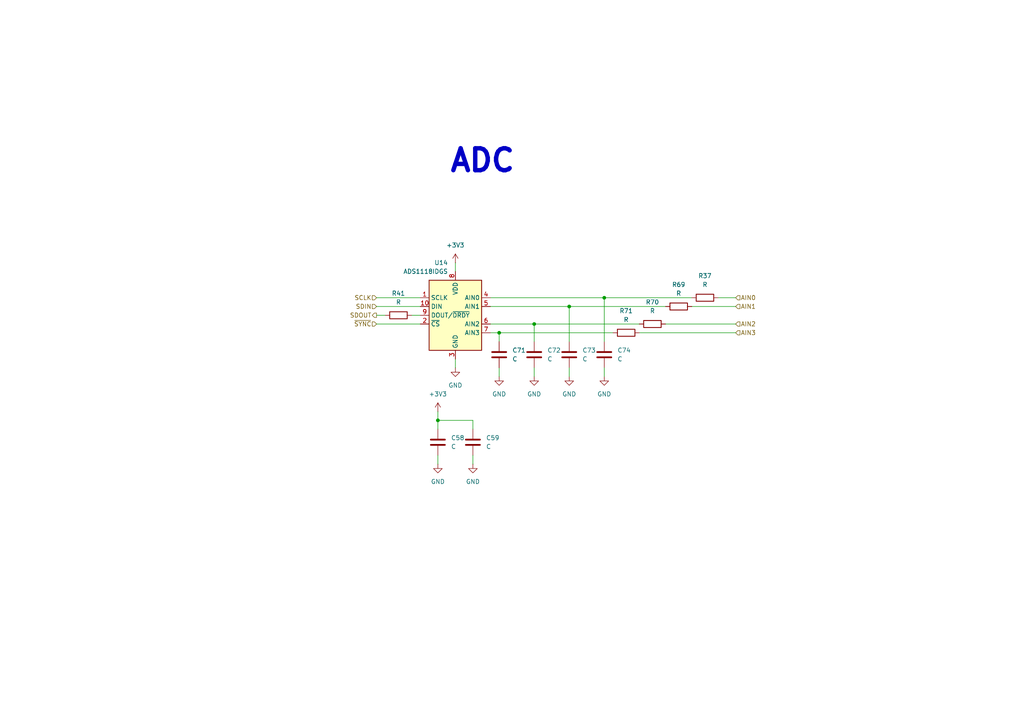
<source format=kicad_sch>
(kicad_sch (version 20250114) (generator "eeschema") (generator_version "9.0")
  (paper "A4")
  (lib_symbols
    (symbol "Analog_ADC:ADS1118IDGS"
      (property "Reference" "U" (at 1.27 13.97 0))
      (property "Value" "ADS1118IDGS" (at 1.27 11.43 0))
      (symbol "ADS1118IDGS_0_1"
        (rectangle (start 7.62 10.16) (end -7.62 -10.16) (stroke (width 0.254)) (fill (type background)))
      )
      (symbol "ADS1118IDGS_1_1"
        (pin input line (at -10.16 5.08 0) (length 2.54) (name "AIN0") (number "4"))
        (pin input line (at -10.16 2.54 0) (length 2.54) (name "AIN1") (number "5"))
        (pin input line (at -10.16 -2.54 0) (length 2.54) (name "AIN2") (number "6"))
        (pin input line (at -10.16 -5.08 0) (length 2.54) (name "AIN3") (number "7"))
        (pin power_in line (at 0 12.7 270) (length 2.54) (name "VDD") (number "8"))
        (pin power_in line (at 0 -12.7 90) (length 2.54) (name "GND") (number "3"))
        (pin input line (at 10.16 5.08 180) (length 2.54) (name "SCLK") (number "1"))
        (pin input line (at 10.16 2.54 180) (length 2.54) (name "DIN") (number "10"))
        (pin output line (at 10.16 0 180) (length 2.54) (name "DOUT/~{DRDY}") (number "9"))
        (pin input line (at 10.16 -2.54 180) (length 2.54) (name "~{CS}") (number "2"))
      )
    )
    (symbol "Device:C" (pin_numbers (hide yes)) (pin_names (offset 0.254))
      (property "Reference" "C" (at 0.635 2.54 0))
      (property "Value" "C" (at 0.635 -2.54 0))
      (symbol "C_0_1"
        (polyline (pts (xy -2.032 0.762) (xy 2.032 0.762)) (stroke (width 0.508)))
        (polyline (pts (xy -2.032 -0.762) (xy 2.032 -0.762)) (stroke (width 0.508)))
      )
      (symbol "C_1_1"
        (pin passive line (at 0 3.81 270) (length 2.794) (name "~") (number "1"))
        (pin passive line (at 0 -3.81 90) (length 2.794) (name "~") (number "2"))
      )
    )
    (symbol "Device:R" (pin_numbers (hide yes)) (pin_names (offset 0))
      (property "Reference" "R" (at 2.032 0 90))
      (property "Value" "R" (at 0 0 90))
      (symbol "R_0_1"
        (rectangle (start -1.016 -2.54) (end 1.016 2.54) (stroke (width 0.254)))
      )
      (symbol "R_1_1"
        (pin passive line (at 0 3.81 270) (length 1.27) (name "~") (number "1"))
        (pin passive line (at 0 -3.81 90) (length 1.27) (name "~") (number "2"))
      )
    )
    (symbol "power:+3V3" (power) (pin_numbers (hide yes)) (pin_names (offset 0) (hide yes))
      (property "Value" "+3V3" (at 0 3.556 0))
      (symbol "+3V3_0_1"
        (polyline (pts (xy -0.762 1.27) (xy 0 2.54)))
        (polyline (pts (xy 0 2.54) (xy 0.762 1.27)))
        (polyline (pts (xy 0 0) (xy 0 2.54)))
      )
      (symbol "+3V3_1_1"
        (pin power_in line (at 0 0 90) (length 0) (name "~") (number "1"))
      )
    )
    (symbol "power:GND" (power) (pin_numbers (hide yes)) (pin_names (offset 0) (hide yes))
      (property "Value" "GND" (at 0 -3.81 0))
      (symbol "GND_0_1"
        (polyline (pts (xy 0 0) (xy 0 -1.27) (xy 1.27 -1.27) (xy 0 -2.54) (xy -1.27 -1.27) (xy 0 -1.27)))
      )
      (symbol "GND_1_1"
        (pin power_in line (at 0 0 270) (length 0) (name "~") (number "1"))
      )
    )
  )
  (text "ADC" (at 139.954 46.736 0) (effects (font (size 6.35 6.35) (thickness 1.27) (bold yes))))
  (junction (at 127 121.92))
  (junction (at 165.1 88.9))
  (junction (at 144.78 96.52))
  (junction (at 154.94 93.98))
  (junction (at 175.26 86.36))
  (wire (pts (xy 127 132.08) (xy 127 134.62)))
  (wire (pts (xy 119.38 91.44) (xy 121.92 91.44)))
  (wire (pts (xy 137.16 121.92) (xy 137.16 124.46)))
  (wire (pts (xy 142.24 96.52) (xy 144.78 96.52)))
  (wire (pts (xy 175.26 106.68) (xy 175.26 109.22)))
  (wire (pts (xy 109.22 88.9) (xy 121.92 88.9)))
  (wire (pts (xy 137.16 132.08) (xy 137.16 134.62)))
  (wire (pts (xy 127 121.92) (xy 127 124.46)))
  (wire (pts (xy 142.24 88.9) (xy 165.1 88.9)))
  (wire (pts (xy 165.1 106.68) (xy 165.1 109.22)))
  (wire (pts (xy 175.26 86.36) (xy 175.26 99.06)))
  (wire (pts (xy 142.24 86.36) (xy 175.26 86.36)))
  (wire (pts (xy 127 119.38) (xy 127 121.92)))
  (wire (pts (xy 132.08 104.14) (xy 132.08 106.68)))
  (wire (pts (xy 132.08 76.2) (xy 132.08 78.74)))
  (wire (pts (xy 109.22 93.98) (xy 121.92 93.98)))
  (wire (pts (xy 109.22 91.44) (xy 111.76 91.44)))
  (wire (pts (xy 175.26 86.36) (xy 200.66 86.36)))
  (wire (pts (xy 154.94 93.98) (xy 154.94 99.06)))
  (wire (pts (xy 144.78 96.52) (xy 144.78 99.06)))
  (wire (pts (xy 208.28 86.36) (xy 213.36 86.36)))
  (wire (pts (xy 193.04 93.98) (xy 213.36 93.98)))
  (wire (pts (xy 165.1 88.9) (xy 165.1 99.06)))
  (wire (pts (xy 154.94 93.98) (xy 185.42 93.98)))
  (wire (pts (xy 200.66 88.9) (xy 213.36 88.9)))
  (wire (pts (xy 185.42 96.52) (xy 213.36 96.52)))
  (wire (pts (xy 109.22 86.36) (xy 121.92 86.36)))
  (wire (pts (xy 142.24 93.98) (xy 154.94 93.98)))
  (wire (pts (xy 137.16 121.92) (xy 127 121.92)))
  (wire (pts (xy 144.78 96.52) (xy 177.8 96.52)))
  (wire (pts (xy 154.94 106.68) (xy 154.94 109.22)))
  (wire (pts (xy 165.1 88.9) (xy 193.04 88.9)))
  (wire (pts (xy 144.78 106.68) (xy 144.78 109.22)))
  (hierarchical_label "AIN3" (shape input) (at 213.36 96.52 0))
  (hierarchical_label "SCLK" (shape input) (at 109.22 86.36 180))
  (hierarchical_label "AIN0" (shape input) (at 213.36 86.36 0))
  (hierarchical_label "~{SYNC}" (shape input) (at 109.22 93.98 180))
  (hierarchical_label "SDOUT" (shape output) (at 109.22 91.44 180))
  (hierarchical_label "AIN2" (shape input) (at 213.36 93.98 0))
  (hierarchical_label "SDIN" (shape input) (at 109.22 88.9 180))
  (hierarchical_label "AIN1" (shape input) (at 213.36 88.9 0))
  (symbol (lib_id "power:GND") (at 165.1 109.22 0) (unit 1)
    (property "Reference" "#PWR0126" (effects (hide yes)))
    (property "Value" "GND" (at 165.1 114.3 0))
    (property "Description" "Power symbol creates a global label with name \"GND\" , ground" (effects (hide yes)))
  )
  (symbol (lib_id "Device:R") (at 115.57 91.44 270) (unit 1)
    (property "Reference" "R41" (at 115.57 85.09 90))
    (property "Value" "R" (at 115.57 87.63 90))
    (property "Description" "Resistor" (effects (hide yes)))
  )
  (symbol (lib_id "Device:R") (at 189.23 93.98 270) (unit 1)
    (property "Reference" "R70" (at 189.23 87.63 90))
    (property "Value" "R" (at 189.23 90.17 90))
    (property "Description" "Resistor" (effects (hide yes)))
  )
  (symbol (lib_id "Device:R") (at 196.85 88.9 270) (unit 1)
    (property "Reference" "R69" (at 196.85 82.55 90))
    (property "Value" "R" (at 196.85 85.09 90))
    (property "Description" "Resistor" (effects (hide yes)))
  )
  (symbol (lib_id "Device:C") (at 175.26 102.87 0) (unit 1)
    (property "Reference" "C74" (at 179.07 101.5999 0) (effects (justify left)))
    (property "Value" "C" (at 179.07 104.1399 0) (effects (justify left)))
    (property "Description" "Unpolarized capacitor" (effects (hide yes)))
  )
  (symbol (lib_id "Device:C") (at 165.1 102.87 0) (unit 1)
    (property "Reference" "C73" (at 168.91 101.5999 0) (effects (justify left)))
    (property "Value" "C" (at 168.91 104.1399 0) (effects (justify left)))
    (property "Description" "Unpolarized capacitor" (effects (hide yes)))
  )
  (symbol (lib_id "Device:R") (at 181.61 96.52 270) (unit 1)
    (property "Reference" "R71" (at 181.61 90.17 90))
    (property "Value" "R" (at 181.61 92.71 90))
    (property "Description" "Resistor" (effects (hide yes)))
  )
  (symbol (lib_id "power:+3V3") (at 127 119.38 0) (unit 1)
    (property "Reference" "#PWR084" (effects (hide yes)))
    (property "Value" "+3V3" (at 127 114.3 0))
    (property "Description" "Power symbol creates a global label with name \"+3V3\"" (effects (hide yes)))
  )
  (symbol (lib_id "Analog_ADC:ADS1118IDGS") (at 132.08 91.44 0) (mirror y) (unit 1)
    (property "Reference" "U14" (at 129.9367 76.2 0) (effects (justify left)))
    (property "Value" "ADS1118IDGS" (at 129.9367 78.74 0) (effects (justify left)))
    (property "Datasheet" "http://www.ti.com/lit/ds/symlink/ads1118.pdf" (effects (hide yes)))
    (property "Description" "Ultrasmall, Low-Power, SPI-Compatible, 16-Bit Analog-to-Digital Converter with Internal Reference and Temperature Sensor, VSSOP-10" (effects (hide yes)))
  )
  (symbol (lib_id "power:GND") (at 154.94 109.22 0) (unit 1)
    (property "Reference" "#PWR0125" (effects (hide yes)))
    (property "Value" "GND" (at 154.94 114.3 0))
    (property "Description" "Power symbol creates a global label with name \"GND\" , ground" (effects (hide yes)))
  )
  (symbol (lib_id "power:GND") (at 137.16 134.62 0) (unit 1)
    (property "Reference" "#PWR0104" (effects (hide yes)))
    (property "Value" "GND" (at 137.16 139.7 0))
    (property "Description" "Power symbol creates a global label with name \"GND\" , ground" (effects (hide yes)))
  )
  (symbol (lib_id "Device:R") (at 204.47 86.36 270) (unit 1)
    (property "Reference" "R37" (at 204.47 80.01 90))
    (property "Value" "R" (at 204.47 82.55 90))
    (property "Description" "Resistor" (effects (hide yes)))
  )
  (symbol (lib_id "Device:C") (at 154.94 102.87 0) (unit 1)
    (property "Reference" "C72" (at 158.75 101.5999 0) (effects (justify left)))
    (property "Value" "C" (at 158.75 104.1399 0) (effects (justify left)))
    (property "Description" "Unpolarized capacitor" (effects (hide yes)))
  )
  (symbol (lib_id "power:GND") (at 144.78 109.22 0) (unit 1)
    (property "Reference" "#PWR060" (effects (hide yes)))
    (property "Value" "GND" (at 144.78 114.3 0))
    (property "Description" "Power symbol creates a global label with name \"GND\" , ground" (effects (hide yes)))
  )
  (symbol (lib_id "Device:C") (at 127 128.27 0) (unit 1)
    (property "Reference" "C58" (at 130.81 126.9999 0) (effects (justify left)))
    (property "Value" "C" (at 130.81 129.5399 0) (effects (justify left)))
    (property "Description" "Unpolarized capacitor" (effects (hide yes)))
  )
  (symbol (lib_id "power:+3V3") (at 132.08 76.2 0) (unit 1)
    (property "Reference" "#PWR0106" (effects (hide yes)))
    (property "Value" "+3V3" (at 132.08 71.12 0))
    (property "Description" "Power symbol creates a global label with name \"+3V3\"" (effects (hide yes)))
  )
  (symbol (lib_id "power:GND") (at 127 134.62 0) (unit 1)
    (property "Reference" "#PWR0103" (effects (hide yes)))
    (property "Value" "GND" (at 127 139.7 0))
    (property "Description" "Power symbol creates a global label with name \"GND\" , ground" (effects (hide yes)))
  )
  (symbol (lib_id "power:GND") (at 175.26 109.22 0) (unit 1)
    (property "Reference" "#PWR0127" (effects (hide yes)))
    (property "Value" "GND" (at 175.26 114.3 0))
    (property "Description" "Power symbol creates a global label with name \"GND\" , ground" (effects (hide yes)))
  )
  (symbol (lib_id "Device:C") (at 137.16 128.27 0) (unit 1)
    (property "Reference" "C59" (at 140.97 126.9999 0) (effects (justify left)))
    (property "Value" "C" (at 140.97 129.5399 0) (effects (justify left)))
    (property "Description" "Unpolarized capacitor" (effects (hide yes)))
  )
  (symbol (lib_id "power:GND") (at 132.08 106.68 0) (unit 1)
    (property "Reference" "#PWR0105" (effects (hide yes)))
    (property "Value" "GND" (at 132.08 111.76 0))
    (property "Description" "Power symbol creates a global label with name \"GND\" , ground" (effects (hide yes)))
  )
  (symbol (lib_id "Device:C") (at 144.78 102.87 0) (unit 1)
    (property "Reference" "C71" (at 148.59 101.5999 0) (effects (justify left)))
    (property "Value" "C" (at 148.59 104.1399 0) (effects (justify left)))
    (property "Description" "Unpolarized capacitor" (effects (hide yes)))
  )
)
</source>
